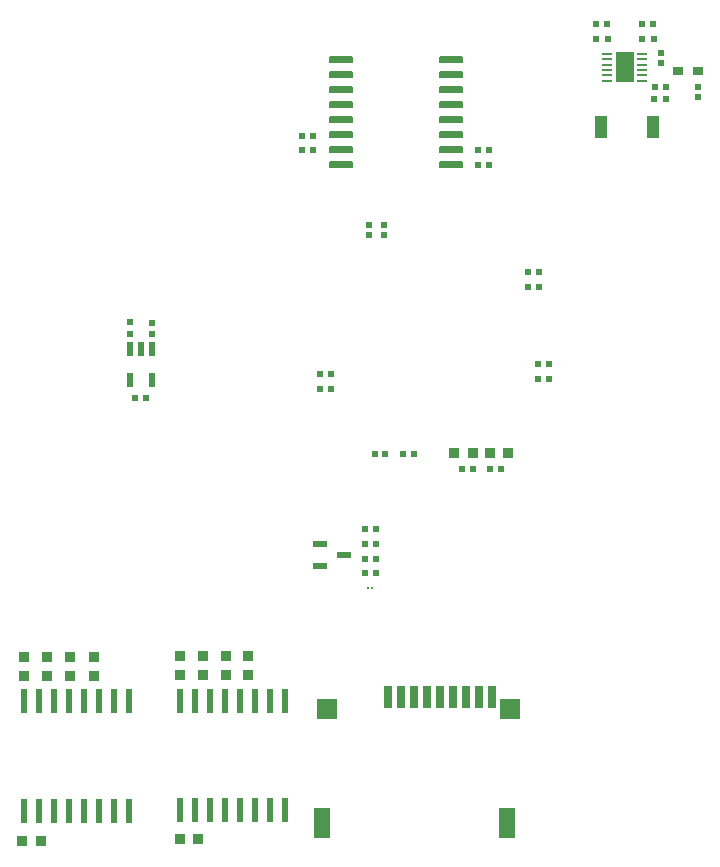
<source format=gbr>
G04 EAGLE Gerber RS-274X export*
G75*
%MOMM*%
%FSLAX34Y34*%
%LPD*%
%INSolderpaste Bottom*%
%IPPOS*%
%AMOC8*
5,1,8,0,0,1.08239X$1,22.5*%
G01*
%ADD10R,0.597500X0.622500*%
%ADD11R,0.622500X0.597500*%
%ADD12R,0.859800X0.950000*%
%ADD13R,0.599100X2.056000*%
%ADD14R,0.950000X0.859800*%
%ADD15R,0.850000X0.250000*%
%ADD16R,1.650000X2.550000*%
%ADD17R,0.950000X0.700000*%
%ADD18R,0.554800X0.622500*%
%ADD19R,0.500000X0.500000*%
%ADD20C,0.147500*%
%ADD21R,0.550000X1.200000*%
%ADD22R,0.622500X0.554800*%
%ADD23R,1.298200X0.601500*%
%ADD24R,0.220000X0.280000*%
%ADD25R,0.700000X1.900000*%
%ADD26R,1.700000X1.800000*%
%ADD27R,1.400000X2.600000*%
%ADD28R,0.990000X1.920000*%


D10*
X394732Y407350D03*
X385482Y407350D03*
X500269Y471079D03*
X509519Y471079D03*
X501297Y548831D03*
X492047Y548831D03*
X501297Y561302D03*
X492047Y561302D03*
D11*
X357039Y601718D03*
X357039Y592468D03*
X369561Y601743D03*
X369561Y592493D03*
D10*
X315532Y462434D03*
X324782Y462434D03*
X370968Y407743D03*
X361718Y407743D03*
X500268Y483722D03*
X509518Y483722D03*
X315506Y475028D03*
X324756Y475028D03*
X445264Y394333D03*
X436014Y394333D03*
X459204Y394435D03*
X468454Y394435D03*
D12*
X445288Y408582D03*
X429386Y408582D03*
X459129Y408557D03*
X475031Y408557D03*
D13*
X197250Y198717D03*
X209950Y198717D03*
X222650Y198717D03*
X235350Y198717D03*
X248050Y198717D03*
X260750Y198717D03*
X273450Y198717D03*
X286150Y198717D03*
X286150Y105883D03*
X273450Y105883D03*
X260750Y105883D03*
X248050Y105883D03*
X235350Y105883D03*
X222650Y105883D03*
X209950Y105883D03*
X197250Y105883D03*
X64750Y197917D03*
X77450Y197917D03*
X90150Y197917D03*
X102850Y197917D03*
X115550Y197917D03*
X128250Y197917D03*
X140950Y197917D03*
X153650Y197917D03*
X153650Y105083D03*
X140950Y105083D03*
X128250Y105083D03*
X115550Y105083D03*
X102850Y105083D03*
X90150Y105083D03*
X77450Y105083D03*
X64750Y105083D03*
D14*
X197200Y220649D03*
X197200Y236551D03*
X235600Y220249D03*
X235600Y236151D03*
X216500Y236451D03*
X216500Y220549D03*
X254900Y220149D03*
X254900Y236051D03*
D12*
X196749Y81300D03*
X212651Y81300D03*
X63449Y80000D03*
X79351Y80000D03*
D14*
X65200Y219649D03*
X65200Y235551D03*
X104300Y219449D03*
X104300Y235351D03*
X84400Y235451D03*
X84400Y219549D03*
X124400Y219449D03*
X124400Y235351D03*
D15*
X587900Y746150D03*
X587900Y741650D03*
X587900Y737150D03*
X587900Y732650D03*
X587900Y728150D03*
X587900Y723650D03*
X558900Y723650D03*
X558900Y728150D03*
X558900Y732650D03*
X558900Y737150D03*
X558900Y741650D03*
X558900Y746150D03*
D16*
X573400Y734900D03*
D17*
X618750Y731900D03*
X635250Y731900D03*
D18*
X588362Y758600D03*
X598038Y758600D03*
X559038Y758800D03*
X549362Y758800D03*
D10*
X597825Y771100D03*
X588575Y771100D03*
X549575Y771300D03*
X558825Y771300D03*
D11*
X635200Y709275D03*
X635200Y718525D03*
D10*
X598975Y717800D03*
X608225Y717800D03*
D19*
X598400Y707700D03*
X608400Y707700D03*
D11*
X604500Y738075D03*
X604500Y747325D03*
D20*
X343063Y650037D02*
X324037Y650037D01*
X324037Y654463D01*
X343063Y654463D01*
X343063Y650037D01*
X343063Y651438D02*
X324037Y651438D01*
X324037Y652839D02*
X343063Y652839D01*
X343063Y654240D02*
X324037Y654240D01*
X324037Y662737D02*
X343063Y662737D01*
X324037Y662737D02*
X324037Y667163D01*
X343063Y667163D01*
X343063Y662737D01*
X343063Y664138D02*
X324037Y664138D01*
X324037Y665539D02*
X343063Y665539D01*
X343063Y666940D02*
X324037Y666940D01*
X324037Y675437D02*
X343063Y675437D01*
X324037Y675437D02*
X324037Y679863D01*
X343063Y679863D01*
X343063Y675437D01*
X343063Y676838D02*
X324037Y676838D01*
X324037Y678239D02*
X343063Y678239D01*
X343063Y679640D02*
X324037Y679640D01*
X324037Y688137D02*
X343063Y688137D01*
X324037Y688137D02*
X324037Y692563D01*
X343063Y692563D01*
X343063Y688137D01*
X343063Y689538D02*
X324037Y689538D01*
X324037Y690939D02*
X343063Y690939D01*
X343063Y692340D02*
X324037Y692340D01*
X324037Y700837D02*
X343063Y700837D01*
X324037Y700837D02*
X324037Y705263D01*
X343063Y705263D01*
X343063Y700837D01*
X343063Y702238D02*
X324037Y702238D01*
X324037Y703639D02*
X343063Y703639D01*
X343063Y705040D02*
X324037Y705040D01*
X324037Y713537D02*
X343063Y713537D01*
X324037Y713537D02*
X324037Y717963D01*
X343063Y717963D01*
X343063Y713537D01*
X343063Y714938D02*
X324037Y714938D01*
X324037Y716339D02*
X343063Y716339D01*
X343063Y717740D02*
X324037Y717740D01*
X324037Y726237D02*
X343063Y726237D01*
X324037Y726237D02*
X324037Y730663D01*
X343063Y730663D01*
X343063Y726237D01*
X343063Y727638D02*
X324037Y727638D01*
X324037Y729039D02*
X343063Y729039D01*
X343063Y730440D02*
X324037Y730440D01*
X324037Y738937D02*
X343063Y738937D01*
X324037Y738937D02*
X324037Y743363D01*
X343063Y743363D01*
X343063Y738937D01*
X343063Y740338D02*
X324037Y740338D01*
X324037Y741739D02*
X343063Y741739D01*
X343063Y743140D02*
X324037Y743140D01*
X417137Y738937D02*
X436163Y738937D01*
X417137Y738937D02*
X417137Y743363D01*
X436163Y743363D01*
X436163Y738937D01*
X436163Y740338D02*
X417137Y740338D01*
X417137Y741739D02*
X436163Y741739D01*
X436163Y743140D02*
X417137Y743140D01*
X417137Y726237D02*
X436163Y726237D01*
X417137Y726237D02*
X417137Y730663D01*
X436163Y730663D01*
X436163Y726237D01*
X436163Y727638D02*
X417137Y727638D01*
X417137Y729039D02*
X436163Y729039D01*
X436163Y730440D02*
X417137Y730440D01*
X417137Y713537D02*
X436163Y713537D01*
X417137Y713537D02*
X417137Y717963D01*
X436163Y717963D01*
X436163Y713537D01*
X436163Y714938D02*
X417137Y714938D01*
X417137Y716339D02*
X436163Y716339D01*
X436163Y717740D02*
X417137Y717740D01*
X417137Y700837D02*
X436163Y700837D01*
X417137Y700837D02*
X417137Y705263D01*
X436163Y705263D01*
X436163Y700837D01*
X436163Y702238D02*
X417137Y702238D01*
X417137Y703639D02*
X436163Y703639D01*
X436163Y705040D02*
X417137Y705040D01*
X417137Y688137D02*
X436163Y688137D01*
X417137Y688137D02*
X417137Y692563D01*
X436163Y692563D01*
X436163Y688137D01*
X436163Y689538D02*
X417137Y689538D01*
X417137Y690939D02*
X436163Y690939D01*
X436163Y692340D02*
X417137Y692340D01*
X417137Y675437D02*
X436163Y675437D01*
X417137Y675437D02*
X417137Y679863D01*
X436163Y679863D01*
X436163Y675437D01*
X436163Y676838D02*
X417137Y676838D01*
X417137Y678239D02*
X436163Y678239D01*
X436163Y679640D02*
X417137Y679640D01*
X417137Y662737D02*
X436163Y662737D01*
X417137Y662737D02*
X417137Y667163D01*
X436163Y667163D01*
X436163Y662737D01*
X436163Y664138D02*
X417137Y664138D01*
X417137Y665539D02*
X436163Y665539D01*
X436163Y666940D02*
X417137Y666940D01*
X417137Y650037D02*
X436163Y650037D01*
X417137Y650037D02*
X417137Y654463D01*
X436163Y654463D01*
X436163Y650037D01*
X436163Y651438D02*
X417137Y651438D01*
X417137Y652839D02*
X436163Y652839D01*
X436163Y654240D02*
X417137Y654240D01*
D18*
X449062Y665000D03*
X458738Y665000D03*
X449062Y652400D03*
X458738Y652400D03*
X309738Y677100D03*
X300062Y677100D03*
D10*
X309325Y664600D03*
X300075Y664600D03*
D21*
X154400Y496200D03*
X163900Y496200D03*
X173400Y496200D03*
X173400Y470200D03*
X154400Y470200D03*
D22*
X173300Y508862D03*
X173300Y518538D03*
X154400Y509362D03*
X154400Y519038D03*
D10*
X167825Y455200D03*
X158575Y455200D03*
D23*
X315534Y312600D03*
X315534Y331600D03*
X336066Y322100D03*
D24*
X356300Y294300D03*
X359900Y294300D03*
D18*
X363038Y306400D03*
X353362Y306400D03*
X363038Y318900D03*
X353362Y318900D03*
X353362Y331400D03*
X363038Y331400D03*
X353362Y343900D03*
X363038Y343900D03*
D25*
X373200Y201700D03*
X384200Y201700D03*
X395200Y201700D03*
X406200Y201700D03*
X417200Y201700D03*
X428200Y201700D03*
X439200Y201700D03*
X450200Y201700D03*
X461200Y201700D03*
D26*
X476700Y191200D03*
X321700Y191200D03*
D27*
X474200Y95200D03*
X317200Y95200D03*
D28*
X553600Y684500D03*
X597800Y684500D03*
M02*

</source>
